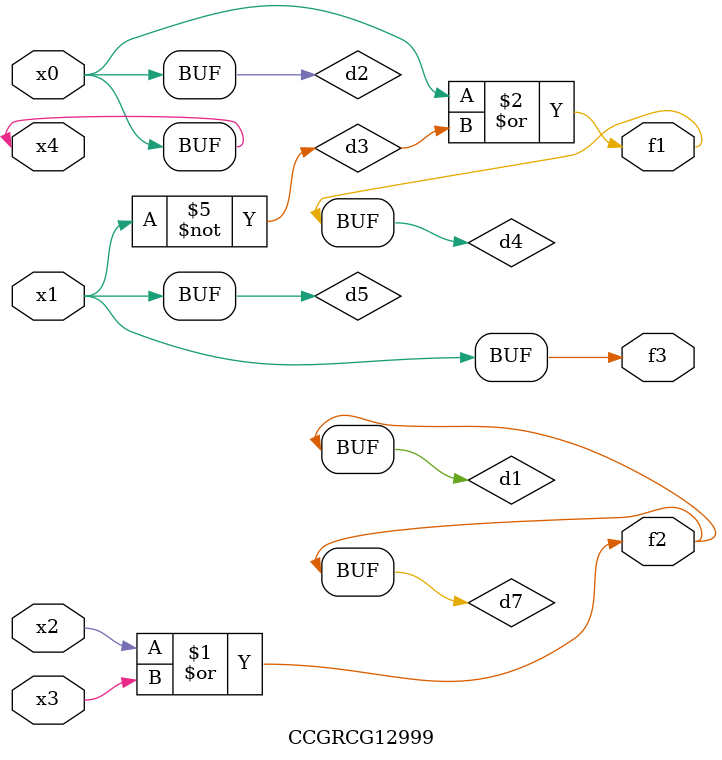
<source format=v>
module CCGRCG12999(
	input x0, x1, x2, x3, x4,
	output f1, f2, f3
);

	wire d1, d2, d3, d4, d5, d6, d7;

	or (d1, x2, x3);
	buf (d2, x0, x4);
	not (d3, x1);
	or (d4, d2, d3);
	not (d5, d3);
	nand (d6, d1, d3);
	or (d7, d1);
	assign f1 = d4;
	assign f2 = d7;
	assign f3 = d5;
endmodule

</source>
